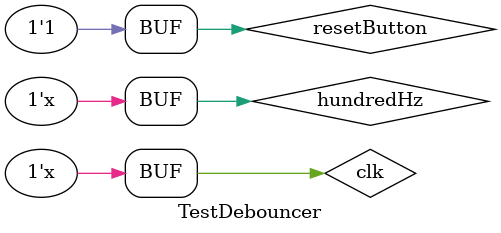
<source format=v>
`timescale 1ns / 1ps


module TestDebouncer;

	// Inputs
	reg clk;
	reg hundredHz;
	reg resetButton;

	// Outputs
	wire btnR;

	// Instantiate the Unit Under Test (UUT)
	Debouncer uut (
		.clk(clk), 
		.hundredHz(hundredHz), 
		.resetButton(resetButton), 
		.btnR(btnR)
	);

	initial begin
		// Initialize Inputs
		clk = 0;
		hundredHz = 0;
		resetButton = 0;

		// Wait 100 ns for global reset to finish
		#100;
        resetButton = 1;
        #110;
        resetButton = 0;
        
        #120;
        resetButton = 1;
        #125;
        resetButton = 0;
        
        #150;
        resetButton = 1;
        
        #10_000;

	end
    
    always #0.5 clk = ~clk;
    always #50 hundredHz = ~hundredHz;
      
endmodule


</source>
